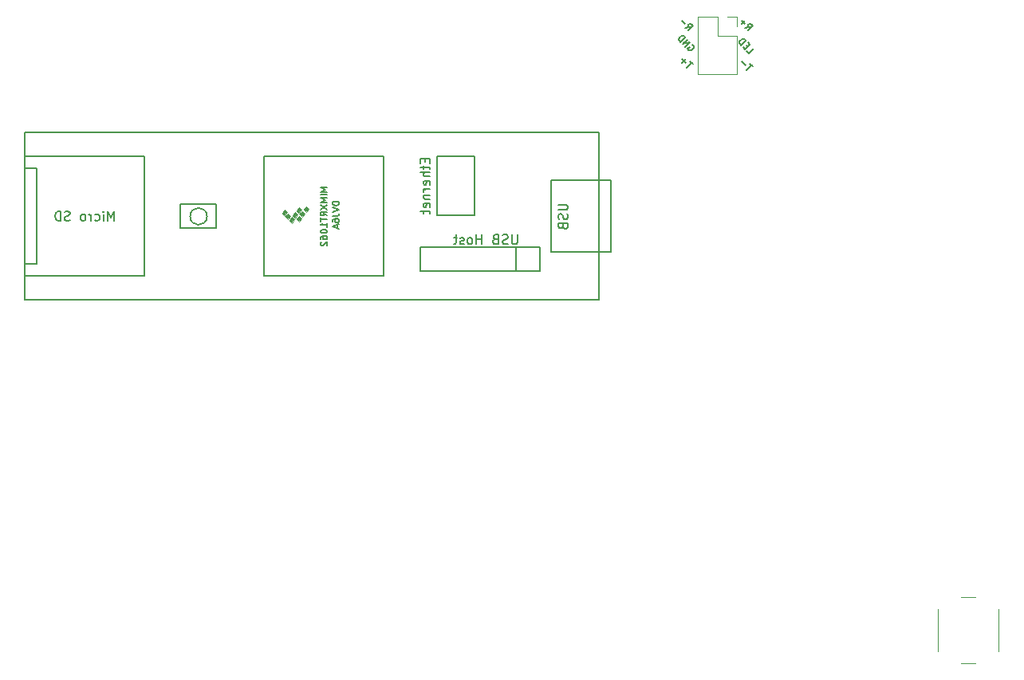
<source format=gbr>
G04 #@! TF.GenerationSoftware,KiCad,Pcbnew,(5.1.5)-3*
G04 #@! TF.CreationDate,2022-01-18T15:26:47+01:00*
G04 #@! TF.ProjectId,drop pcb proto 12 external controller,64726f70-2070-4636-9220-70726f746f20,rev?*
G04 #@! TF.SameCoordinates,Original*
G04 #@! TF.FileFunction,Legend,Bot*
G04 #@! TF.FilePolarity,Positive*
%FSLAX46Y46*%
G04 Gerber Fmt 4.6, Leading zero omitted, Abs format (unit mm)*
G04 Created by KiCad (PCBNEW (5.1.5)-3) date 2022-01-18 15:26:47*
%MOMM*%
%LPD*%
G04 APERTURE LIST*
%ADD10C,0.150000*%
%ADD11C,0.100000*%
%ADD12C,0.120000*%
G04 APERTURE END LIST*
D10*
X153258929Y-47509363D02*
X153659623Y-47438652D01*
X153541772Y-47792206D02*
X154036746Y-47297231D01*
X153848184Y-47108669D01*
X153777474Y-47085099D01*
X153730333Y-47085099D01*
X153659623Y-47108669D01*
X153588912Y-47179380D01*
X153565342Y-47250091D01*
X153565342Y-47297231D01*
X153588912Y-47367942D01*
X153777474Y-47556504D01*
X153235359Y-47108669D02*
X152858235Y-46731546D01*
X153954250Y-49293876D02*
X154024961Y-49317446D01*
X154095672Y-49388157D01*
X154142812Y-49482438D01*
X154142812Y-49576718D01*
X154119242Y-49647429D01*
X154048531Y-49765280D01*
X153977821Y-49835991D01*
X153859970Y-49906702D01*
X153789259Y-49930272D01*
X153694978Y-49930272D01*
X153600697Y-49883131D01*
X153553557Y-49835991D01*
X153506416Y-49741710D01*
X153506416Y-49694570D01*
X153671408Y-49529578D01*
X153765689Y-49623859D01*
X153247144Y-49529578D02*
X153742118Y-49034603D01*
X152964301Y-49246735D01*
X153459276Y-48751761D01*
X152728599Y-49011033D02*
X153223573Y-48516058D01*
X153105722Y-48398207D01*
X153011441Y-48351067D01*
X152917161Y-48351067D01*
X152846450Y-48374637D01*
X152728599Y-48445348D01*
X152657888Y-48516058D01*
X152587177Y-48633909D01*
X152563607Y-48704620D01*
X152563607Y-48798901D01*
X152610748Y-48893182D01*
X152728599Y-49011033D01*
X154048531Y-51373016D02*
X153765689Y-51090173D01*
X153412135Y-51726570D02*
X153907110Y-51231595D01*
X153294284Y-51231595D02*
X152917161Y-50854471D01*
X152917161Y-51231595D02*
X153294284Y-50854471D01*
X160398531Y-51627016D02*
X160115689Y-51344173D01*
X159762135Y-51980570D02*
X160257110Y-51485595D01*
X159644284Y-51485595D02*
X159267161Y-51108471D01*
X159773920Y-49960355D02*
X160009623Y-50196057D01*
X160504597Y-49701082D01*
X159868201Y-49536091D02*
X159703210Y-49371099D01*
X159373227Y-49559661D02*
X159608929Y-49795363D01*
X160103904Y-49300388D01*
X159868201Y-49064686D01*
X159161095Y-49347529D02*
X159656069Y-48852554D01*
X159538218Y-48734703D01*
X159443937Y-48687562D01*
X159349656Y-48687562D01*
X159278946Y-48711133D01*
X159161095Y-48781843D01*
X159090384Y-48852554D01*
X159019673Y-48970405D01*
X158996103Y-49041116D01*
X158996103Y-49135397D01*
X159043243Y-49229678D01*
X159161095Y-49347529D01*
X159608929Y-47509363D02*
X160009623Y-47438652D01*
X159891772Y-47792206D02*
X160386746Y-47297231D01*
X160198184Y-47108669D01*
X160127474Y-47085099D01*
X160080333Y-47085099D01*
X160009623Y-47108669D01*
X159938912Y-47179380D01*
X159915342Y-47250091D01*
X159915342Y-47297231D01*
X159938912Y-47367942D01*
X160127474Y-47556504D01*
X159585359Y-47108669D02*
X159208235Y-46731546D01*
X159208235Y-47108669D02*
X159585359Y-46731546D01*
X102469546Y-67541000D02*
G75*
G03X102469546Y-67541000I-898026J0D01*
G01*
X121256520Y-61191000D02*
X121256520Y-73891000D01*
X108556520Y-61191000D02*
X121256520Y-61191000D01*
X108556520Y-73891000D02*
X108556520Y-61191000D01*
X121256520Y-73891000D02*
X108556520Y-73891000D01*
X130886520Y-61189400D02*
X130886520Y-61439400D01*
X126886520Y-61189400D02*
X130886520Y-61189400D01*
X126886520Y-67439400D02*
X126886520Y-61189400D01*
X130886520Y-67439400D02*
X126886520Y-67439400D01*
X130886520Y-61439400D02*
X130886520Y-67439400D01*
X135277320Y-70840200D02*
X135277320Y-73380200D01*
X137817320Y-70840200D02*
X135277320Y-70840200D01*
X137817320Y-73380200D02*
X137817320Y-70840200D01*
X125117320Y-73380200D02*
X137817320Y-73380200D01*
X125117320Y-70840200D02*
X125117320Y-73380200D01*
X137817320Y-70840200D02*
X125117320Y-70840200D01*
X103476520Y-66271000D02*
X99666520Y-66271000D01*
X103476520Y-68811000D02*
X103476520Y-66271000D01*
X99666520Y-68811000D02*
X103476520Y-68811000D01*
X99666520Y-66271000D02*
X99666520Y-68811000D01*
X84426520Y-72621000D02*
X83156520Y-72621000D01*
X84426520Y-62461000D02*
X84426520Y-72621000D01*
X83156520Y-62461000D02*
X84426520Y-62461000D01*
X95856520Y-73891000D02*
X83156520Y-73891000D01*
X95856520Y-61191000D02*
X95856520Y-73891000D01*
X83156520Y-61191000D02*
X95856520Y-61191000D01*
X144116520Y-71351000D02*
X145386520Y-71351000D01*
X145386520Y-71351000D02*
X145386520Y-63731000D01*
X145386520Y-63731000D02*
X144116520Y-63731000D01*
X139036520Y-71351000D02*
X139036520Y-63731000D01*
X139036520Y-63731000D02*
X144116520Y-63731000D01*
X139036520Y-71351000D02*
X144116520Y-71351000D01*
X144116520Y-58651000D02*
X83156520Y-58651000D01*
X83156520Y-58651000D02*
X83156520Y-76431000D01*
X83156520Y-76431000D02*
X144116520Y-76431000D01*
X144116520Y-76431000D02*
X144116520Y-58651000D01*
D11*
G36*
X111201520Y-67996000D02*
G01*
X111455520Y-68250000D01*
X111709520Y-67869000D01*
X111455520Y-67615000D01*
X111201520Y-67996000D01*
G37*
X111201520Y-67996000D02*
X111455520Y-68250000D01*
X111709520Y-67869000D01*
X111455520Y-67615000D01*
X111201520Y-67996000D01*
G36*
X111582520Y-67488000D02*
G01*
X111836520Y-67742000D01*
X112090520Y-67361000D01*
X111836520Y-67107000D01*
X111582520Y-67488000D01*
G37*
X111582520Y-67488000D02*
X111836520Y-67742000D01*
X112090520Y-67361000D01*
X111836520Y-67107000D01*
X111582520Y-67488000D01*
G36*
X111963520Y-66980000D02*
G01*
X112217520Y-67234000D01*
X112471520Y-66853000D01*
X112217520Y-66599000D01*
X111963520Y-66980000D01*
G37*
X111963520Y-66980000D02*
X112217520Y-67234000D01*
X112471520Y-66853000D01*
X112217520Y-66599000D01*
X111963520Y-66980000D01*
G36*
X111963520Y-67869000D02*
G01*
X112217520Y-68123000D01*
X112471520Y-67742000D01*
X112217520Y-67488000D01*
X111963520Y-67869000D01*
G37*
X111963520Y-67869000D02*
X112217520Y-68123000D01*
X112471520Y-67742000D01*
X112217520Y-67488000D01*
X111963520Y-67869000D01*
G36*
X112344520Y-67361000D02*
G01*
X112598520Y-67615000D01*
X112852520Y-67234000D01*
X112598520Y-66980000D01*
X112344520Y-67361000D01*
G37*
X112344520Y-67361000D02*
X112598520Y-67615000D01*
X112852520Y-67234000D01*
X112598520Y-66980000D01*
X112344520Y-67361000D01*
G36*
X112725520Y-66853000D02*
G01*
X112979520Y-67107000D01*
X113233520Y-66726000D01*
X112979520Y-66472000D01*
X112725520Y-66853000D01*
G37*
X112725520Y-66853000D02*
X112979520Y-67107000D01*
X113233520Y-66726000D01*
X112979520Y-66472000D01*
X112725520Y-66853000D01*
G36*
X110820520Y-67615000D02*
G01*
X111074520Y-67869000D01*
X111328520Y-67488000D01*
X111074520Y-67234000D01*
X110820520Y-67615000D01*
G37*
X110820520Y-67615000D02*
X111074520Y-67869000D01*
X111328520Y-67488000D01*
X111074520Y-67234000D01*
X110820520Y-67615000D01*
G36*
X110439520Y-67234000D02*
G01*
X110693520Y-67488000D01*
X110947520Y-67107000D01*
X110693520Y-66853000D01*
X110439520Y-67234000D01*
G37*
X110439520Y-67234000D02*
X110693520Y-67488000D01*
X110947520Y-67107000D01*
X110693520Y-66853000D01*
X110439520Y-67234000D01*
D12*
X158731360Y-46326000D02*
X157671360Y-46326000D01*
X158731360Y-47386000D02*
X158731360Y-46326000D01*
X156671360Y-46326000D02*
X154611360Y-46326000D01*
X156671360Y-48386000D02*
X156671360Y-46326000D01*
X158731360Y-48386000D02*
X156671360Y-48386000D01*
X154611360Y-46326000D02*
X154611360Y-52446000D01*
X158731360Y-48386000D02*
X158731360Y-52446000D01*
X158731360Y-52446000D02*
X154611360Y-52446000D01*
X184035960Y-114999720D02*
X182535960Y-114999720D01*
X180035960Y-113749720D02*
X180035960Y-109249720D01*
X182535960Y-107999720D02*
X184035960Y-107999720D01*
X186535960Y-109249720D02*
X186535960Y-113749720D01*
D10*
X135411843Y-69482580D02*
X135411843Y-70292104D01*
X135364224Y-70387342D01*
X135316605Y-70434961D01*
X135221367Y-70482580D01*
X135030891Y-70482580D01*
X134935653Y-70434961D01*
X134888034Y-70387342D01*
X134840415Y-70292104D01*
X134840415Y-69482580D01*
X134411843Y-70434961D02*
X134268986Y-70482580D01*
X134030891Y-70482580D01*
X133935653Y-70434961D01*
X133888034Y-70387342D01*
X133840415Y-70292104D01*
X133840415Y-70196866D01*
X133888034Y-70101628D01*
X133935653Y-70054009D01*
X134030891Y-70006390D01*
X134221367Y-69958771D01*
X134316605Y-69911152D01*
X134364224Y-69863533D01*
X134411843Y-69768295D01*
X134411843Y-69673057D01*
X134364224Y-69577819D01*
X134316605Y-69530200D01*
X134221367Y-69482580D01*
X133983272Y-69482580D01*
X133840415Y-69530200D01*
X133078510Y-69958771D02*
X132935653Y-70006390D01*
X132888034Y-70054009D01*
X132840415Y-70149247D01*
X132840415Y-70292104D01*
X132888034Y-70387342D01*
X132935653Y-70434961D01*
X133030891Y-70482580D01*
X133411843Y-70482580D01*
X133411843Y-69482580D01*
X133078510Y-69482580D01*
X132983272Y-69530200D01*
X132935653Y-69577819D01*
X132888034Y-69673057D01*
X132888034Y-69768295D01*
X132935653Y-69863533D01*
X132983272Y-69911152D01*
X133078510Y-69958771D01*
X133411843Y-69958771D01*
X131649939Y-70482580D02*
X131649939Y-69482580D01*
X131649939Y-69958771D02*
X131078510Y-69958771D01*
X131078510Y-70482580D02*
X131078510Y-69482580D01*
X130459462Y-70482580D02*
X130554700Y-70434961D01*
X130602320Y-70387342D01*
X130649939Y-70292104D01*
X130649939Y-70006390D01*
X130602320Y-69911152D01*
X130554700Y-69863533D01*
X130459462Y-69815914D01*
X130316605Y-69815914D01*
X130221367Y-69863533D01*
X130173748Y-69911152D01*
X130126129Y-70006390D01*
X130126129Y-70292104D01*
X130173748Y-70387342D01*
X130221367Y-70434961D01*
X130316605Y-70482580D01*
X130459462Y-70482580D01*
X129745177Y-70434961D02*
X129649939Y-70482580D01*
X129459462Y-70482580D01*
X129364224Y-70434961D01*
X129316605Y-70339723D01*
X129316605Y-70292104D01*
X129364224Y-70196866D01*
X129459462Y-70149247D01*
X129602320Y-70149247D01*
X129697558Y-70101628D01*
X129745177Y-70006390D01*
X129745177Y-69958771D01*
X129697558Y-69863533D01*
X129602320Y-69815914D01*
X129459462Y-69815914D01*
X129364224Y-69863533D01*
X129030891Y-69815914D02*
X128649939Y-69815914D01*
X128888034Y-69482580D02*
X128888034Y-70339723D01*
X128840415Y-70434961D01*
X128745177Y-70482580D01*
X128649939Y-70482580D01*
X125630091Y-61407257D02*
X125630091Y-61740590D01*
X126153900Y-61883447D02*
X126153900Y-61407257D01*
X125153900Y-61407257D01*
X125153900Y-61883447D01*
X125487234Y-62169161D02*
X125487234Y-62550114D01*
X125153900Y-62312019D02*
X126011043Y-62312019D01*
X126106281Y-62359638D01*
X126153900Y-62454876D01*
X126153900Y-62550114D01*
X126153900Y-62883447D02*
X125153900Y-62883447D01*
X126153900Y-63312019D02*
X125630091Y-63312019D01*
X125534853Y-63264400D01*
X125487234Y-63169161D01*
X125487234Y-63026304D01*
X125534853Y-62931066D01*
X125582472Y-62883447D01*
X126106281Y-64169161D02*
X126153900Y-64073923D01*
X126153900Y-63883447D01*
X126106281Y-63788209D01*
X126011043Y-63740590D01*
X125630091Y-63740590D01*
X125534853Y-63788209D01*
X125487234Y-63883447D01*
X125487234Y-64073923D01*
X125534853Y-64169161D01*
X125630091Y-64216780D01*
X125725329Y-64216780D01*
X125820567Y-63740590D01*
X126153900Y-64645352D02*
X125487234Y-64645352D01*
X125677710Y-64645352D02*
X125582472Y-64692971D01*
X125534853Y-64740590D01*
X125487234Y-64835828D01*
X125487234Y-64931066D01*
X125487234Y-65264400D02*
X126153900Y-65264400D01*
X125582472Y-65264400D02*
X125534853Y-65312019D01*
X125487234Y-65407257D01*
X125487234Y-65550114D01*
X125534853Y-65645352D01*
X125630091Y-65692971D01*
X126153900Y-65692971D01*
X126106281Y-66550114D02*
X126153900Y-66454876D01*
X126153900Y-66264400D01*
X126106281Y-66169161D01*
X126011043Y-66121542D01*
X125630091Y-66121542D01*
X125534853Y-66169161D01*
X125487234Y-66264400D01*
X125487234Y-66454876D01*
X125534853Y-66550114D01*
X125630091Y-66597733D01*
X125725329Y-66597733D01*
X125820567Y-66121542D01*
X125487234Y-66883447D02*
X125487234Y-67264400D01*
X125153900Y-67026304D02*
X126011043Y-67026304D01*
X126106281Y-67073923D01*
X126153900Y-67169161D01*
X126153900Y-67264400D01*
X139758900Y-66279095D02*
X140568424Y-66279095D01*
X140663662Y-66326714D01*
X140711281Y-66374333D01*
X140758900Y-66469571D01*
X140758900Y-66660047D01*
X140711281Y-66755285D01*
X140663662Y-66802904D01*
X140568424Y-66850523D01*
X139758900Y-66850523D01*
X140711281Y-67279095D02*
X140758900Y-67421952D01*
X140758900Y-67660047D01*
X140711281Y-67755285D01*
X140663662Y-67802904D01*
X140568424Y-67850523D01*
X140473186Y-67850523D01*
X140377948Y-67802904D01*
X140330329Y-67755285D01*
X140282710Y-67660047D01*
X140235091Y-67469571D01*
X140187472Y-67374333D01*
X140139853Y-67326714D01*
X140044615Y-67279095D01*
X139949377Y-67279095D01*
X139854139Y-67326714D01*
X139806520Y-67374333D01*
X139758900Y-67469571D01*
X139758900Y-67707666D01*
X139806520Y-67850523D01*
X140235091Y-68612428D02*
X140282710Y-68755285D01*
X140330329Y-68802904D01*
X140425567Y-68850523D01*
X140568424Y-68850523D01*
X140663662Y-68802904D01*
X140711281Y-68755285D01*
X140758900Y-68660047D01*
X140758900Y-68279095D01*
X139758900Y-68279095D01*
X139758900Y-68612428D01*
X139806520Y-68707666D01*
X139854139Y-68755285D01*
X139949377Y-68802904D01*
X140044615Y-68802904D01*
X140139853Y-68755285D01*
X140187472Y-68707666D01*
X140235091Y-68612428D01*
X140235091Y-68279095D01*
X92625567Y-67993380D02*
X92625567Y-66993380D01*
X92292234Y-67707666D01*
X91958900Y-66993380D01*
X91958900Y-67993380D01*
X91482710Y-67993380D02*
X91482710Y-67326714D01*
X91482710Y-66993380D02*
X91530329Y-67041000D01*
X91482710Y-67088619D01*
X91435091Y-67041000D01*
X91482710Y-66993380D01*
X91482710Y-67088619D01*
X90577948Y-67945761D02*
X90673186Y-67993380D01*
X90863662Y-67993380D01*
X90958900Y-67945761D01*
X91006520Y-67898142D01*
X91054139Y-67802904D01*
X91054139Y-67517190D01*
X91006520Y-67421952D01*
X90958900Y-67374333D01*
X90863662Y-67326714D01*
X90673186Y-67326714D01*
X90577948Y-67374333D01*
X90149377Y-67993380D02*
X90149377Y-67326714D01*
X90149377Y-67517190D02*
X90101758Y-67421952D01*
X90054139Y-67374333D01*
X89958900Y-67326714D01*
X89863662Y-67326714D01*
X89387472Y-67993380D02*
X89482710Y-67945761D01*
X89530329Y-67898142D01*
X89577948Y-67802904D01*
X89577948Y-67517190D01*
X89530329Y-67421952D01*
X89482710Y-67374333D01*
X89387472Y-67326714D01*
X89244615Y-67326714D01*
X89149377Y-67374333D01*
X89101758Y-67421952D01*
X89054139Y-67517190D01*
X89054139Y-67802904D01*
X89101758Y-67898142D01*
X89149377Y-67945761D01*
X89244615Y-67993380D01*
X89387472Y-67993380D01*
X87911281Y-67945761D02*
X87768424Y-67993380D01*
X87530329Y-67993380D01*
X87435091Y-67945761D01*
X87387472Y-67898142D01*
X87339853Y-67802904D01*
X87339853Y-67707666D01*
X87387472Y-67612428D01*
X87435091Y-67564809D01*
X87530329Y-67517190D01*
X87720805Y-67469571D01*
X87816043Y-67421952D01*
X87863662Y-67374333D01*
X87911281Y-67279095D01*
X87911281Y-67183857D01*
X87863662Y-67088619D01*
X87816043Y-67041000D01*
X87720805Y-66993380D01*
X87482710Y-66993380D01*
X87339853Y-67041000D01*
X86911281Y-67993380D02*
X86911281Y-66993380D01*
X86673186Y-66993380D01*
X86530329Y-67041000D01*
X86435091Y-67136238D01*
X86387472Y-67231476D01*
X86339853Y-67421952D01*
X86339853Y-67564809D01*
X86387472Y-67755285D01*
X86435091Y-67850523D01*
X86530329Y-67945761D01*
X86673186Y-67993380D01*
X86911281Y-67993380D01*
X115223186Y-64457666D02*
X114523186Y-64457666D01*
X115023186Y-64691000D01*
X114523186Y-64924333D01*
X115223186Y-64924333D01*
X115223186Y-65257666D02*
X114523186Y-65257666D01*
X115223186Y-65591000D02*
X114523186Y-65591000D01*
X115023186Y-65824333D01*
X114523186Y-66057666D01*
X115223186Y-66057666D01*
X114523186Y-66324333D02*
X115223186Y-66791000D01*
X114523186Y-66791000D02*
X115223186Y-66324333D01*
X115223186Y-67457666D02*
X114889853Y-67224333D01*
X115223186Y-67057666D02*
X114523186Y-67057666D01*
X114523186Y-67324333D01*
X114556520Y-67391000D01*
X114589853Y-67424333D01*
X114656520Y-67457666D01*
X114756520Y-67457666D01*
X114823186Y-67424333D01*
X114856520Y-67391000D01*
X114889853Y-67324333D01*
X114889853Y-67057666D01*
X114523186Y-67657666D02*
X114523186Y-68057666D01*
X115223186Y-67857666D02*
X114523186Y-67857666D01*
X115223186Y-68657666D02*
X115223186Y-68257666D01*
X115223186Y-68457666D02*
X114523186Y-68457666D01*
X114623186Y-68391000D01*
X114689853Y-68324333D01*
X114723186Y-68257666D01*
X114523186Y-69091000D02*
X114523186Y-69157666D01*
X114556520Y-69224333D01*
X114589853Y-69257666D01*
X114656520Y-69291000D01*
X114789853Y-69324333D01*
X114956520Y-69324333D01*
X115089853Y-69291000D01*
X115156520Y-69257666D01*
X115189853Y-69224333D01*
X115223186Y-69157666D01*
X115223186Y-69091000D01*
X115189853Y-69024333D01*
X115156520Y-68991000D01*
X115089853Y-68957666D01*
X114956520Y-68924333D01*
X114789853Y-68924333D01*
X114656520Y-68957666D01*
X114589853Y-68991000D01*
X114556520Y-69024333D01*
X114523186Y-69091000D01*
X114523186Y-69924333D02*
X114523186Y-69791000D01*
X114556520Y-69724333D01*
X114589853Y-69691000D01*
X114689853Y-69624333D01*
X114823186Y-69591000D01*
X115089853Y-69591000D01*
X115156520Y-69624333D01*
X115189853Y-69657666D01*
X115223186Y-69724333D01*
X115223186Y-69857666D01*
X115189853Y-69924333D01*
X115156520Y-69957666D01*
X115089853Y-69991000D01*
X114923186Y-69991000D01*
X114856520Y-69957666D01*
X114823186Y-69924333D01*
X114789853Y-69857666D01*
X114789853Y-69724333D01*
X114823186Y-69657666D01*
X114856520Y-69624333D01*
X114923186Y-69591000D01*
X114589853Y-70257666D02*
X114556520Y-70291000D01*
X114523186Y-70357666D01*
X114523186Y-70524333D01*
X114556520Y-70591000D01*
X114589853Y-70624333D01*
X114656520Y-70657666D01*
X114723186Y-70657666D01*
X114823186Y-70624333D01*
X115223186Y-70224333D01*
X115223186Y-70657666D01*
X116493186Y-65977666D02*
X115793186Y-65977666D01*
X115793186Y-66144333D01*
X115826520Y-66244333D01*
X115893186Y-66311000D01*
X115959853Y-66344333D01*
X116093186Y-66377666D01*
X116193186Y-66377666D01*
X116326520Y-66344333D01*
X116393186Y-66311000D01*
X116459853Y-66244333D01*
X116493186Y-66144333D01*
X116493186Y-65977666D01*
X115793186Y-66577666D02*
X116493186Y-66811000D01*
X115793186Y-67044333D01*
X115793186Y-67477666D02*
X116293186Y-67477666D01*
X116393186Y-67444333D01*
X116459853Y-67377666D01*
X116493186Y-67277666D01*
X116493186Y-67211000D01*
X115793186Y-68111000D02*
X115793186Y-67977666D01*
X115826520Y-67911000D01*
X115859853Y-67877666D01*
X115959853Y-67811000D01*
X116093186Y-67777666D01*
X116359853Y-67777666D01*
X116426520Y-67811000D01*
X116459853Y-67844333D01*
X116493186Y-67911000D01*
X116493186Y-68044333D01*
X116459853Y-68111000D01*
X116426520Y-68144333D01*
X116359853Y-68177666D01*
X116193186Y-68177666D01*
X116126520Y-68144333D01*
X116093186Y-68111000D01*
X116059853Y-68044333D01*
X116059853Y-67911000D01*
X116093186Y-67844333D01*
X116126520Y-67811000D01*
X116193186Y-67777666D01*
X116293186Y-68444333D02*
X116293186Y-68777666D01*
X116493186Y-68377666D02*
X115793186Y-68611000D01*
X116493186Y-68844333D01*
M02*

</source>
